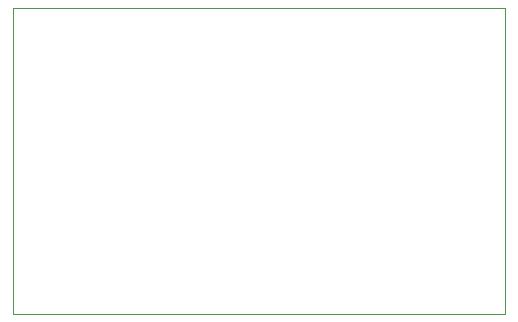
<source format=gm1>
%TF.GenerationSoftware,KiCad,Pcbnew,7.0.7-7.0.7~ubuntu22.04.1*%
%TF.CreationDate,2023-08-24T08:44:54+02:00*%
%TF.ProjectId,esp32-programmer,65737033-322d-4707-926f-6772616d6d65,1*%
%TF.SameCoordinates,Original*%
%TF.FileFunction,Profile,NP*%
%FSLAX46Y46*%
G04 Gerber Fmt 4.6, Leading zero omitted, Abs format (unit mm)*
G04 Created by KiCad (PCBNEW 7.0.7-7.0.7~ubuntu22.04.1) date 2023-08-24 08:44:54*
%MOMM*%
%LPD*%
G01*
G04 APERTURE LIST*
%TA.AperFunction,Profile*%
%ADD10C,0.100000*%
%TD*%
G04 APERTURE END LIST*
D10*
X91821000Y-56451500D02*
X133477000Y-56451500D01*
X133477000Y-82359500D01*
X91821000Y-82359500D01*
X91821000Y-56451500D01*
M02*

</source>
